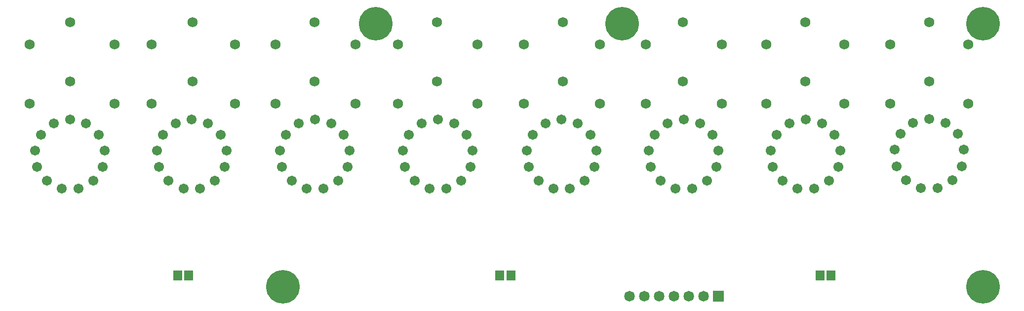
<source format=gbr>
G04 DipTrace 2.4.0.2*
%INBottomMask.gbr*%
%MOIN*%
%ADD38C,0.0671*%
%ADD44C,0.068*%
%ADD46C,0.068*%
%ADD48C,0.2267*%
%ADD50C,0.0718*%
%ADD52R,0.0718X0.0718*%
%ADD54R,0.0592X0.0671*%
%FSLAX44Y44*%
G04*
G70*
G90*
G75*
G01*
%LNBotMask*%
%LPD*%
D54*
X16190Y6065D3*
X16938D3*
X37940D3*
X38688D3*
X59565D3*
X60313D3*
D52*
X52690Y4690D3*
D50*
X51690D3*
X50690D3*
X49690D3*
X48690D3*
X47690D3*
X46690D3*
D48*
X29565Y23065D3*
X46190D3*
X70565D3*
Y5315D3*
X23315D3*
D46*
X8940Y23190D3*
D44*
Y19190D3*
D46*
X17190Y23190D3*
D44*
Y19190D3*
D46*
X25440Y23190D3*
D44*
Y19190D3*
D46*
X33690Y23190D3*
D44*
Y19190D3*
D46*
X42190Y23190D3*
D44*
Y19190D3*
D46*
X50315Y23190D3*
D44*
Y19190D3*
D46*
X58565Y23190D3*
D44*
Y19190D3*
D46*
X66940Y23190D3*
D44*
Y19190D3*
D46*
X6190Y21690D3*
D44*
Y17690D3*
D46*
X11940Y21690D3*
D44*
Y17690D3*
D46*
X14440Y21690D3*
D44*
Y17690D3*
D46*
X20065Y21690D3*
D44*
Y17690D3*
D46*
X22815Y21690D3*
D44*
Y17690D3*
D46*
X28190Y21690D3*
D44*
Y17690D3*
D46*
X31065Y21690D3*
D44*
Y17690D3*
D46*
X36440Y21690D3*
D44*
Y17690D3*
D46*
X39565Y21690D3*
D44*
Y17690D3*
D46*
X44690Y21690D3*
D44*
Y17690D3*
D46*
X47815Y21690D3*
D44*
Y17690D3*
D46*
X52940Y21690D3*
D44*
Y17690D3*
D46*
X55940Y21690D3*
D44*
Y17690D3*
D46*
X61190Y21690D3*
D44*
Y17690D3*
D46*
X64315Y21690D3*
D44*
Y17690D3*
D46*
X69565Y21690D3*
D44*
Y17690D3*
D38*
X8921Y16606D3*
X7823Y16336D3*
X6977Y15586D3*
X6576Y14529D3*
X6713Y13406D3*
X7355Y12476D3*
X8356Y11951D3*
X9487D3*
X10488Y12476D3*
X11130Y13406D3*
X11266Y14529D3*
X10865Y15586D3*
X10019Y16336D3*
X17153Y16606D3*
X16055Y16336D3*
X15208Y15586D3*
X14808Y14529D3*
X14944Y13406D3*
X15586Y12476D3*
X16587Y11951D3*
X17718D3*
X18719Y12476D3*
X19361Y13406D3*
X19497Y14529D3*
X19097Y15586D3*
X18250Y16336D3*
X25457Y16606D3*
X24360Y16336D3*
X23513Y15586D3*
X23113Y14529D3*
X23249Y13406D3*
X23891Y12476D3*
X24892Y11951D3*
X26023D3*
X27024Y12476D3*
X27666Y13406D3*
X27802Y14529D3*
X27402Y15586D3*
X26555Y16336D3*
X33758Y16606D3*
X32660Y16336D3*
X31813Y15586D3*
X31413Y14529D3*
X31549Y13406D3*
X32191Y12476D3*
X33192Y11951D3*
X34323D3*
X35324Y12476D3*
X35966Y13406D3*
X36102Y14529D3*
X35702Y15586D3*
X34855Y16336D3*
X42120Y16606D3*
X41022Y16336D3*
X40176Y15586D3*
X39775Y14529D3*
X39911Y13406D3*
X40554Y12476D3*
X41555Y11951D3*
X42685D3*
X43686Y12476D3*
X44329Y13406D3*
X44465Y14529D3*
X44064Y15586D3*
X43218Y16336D3*
X50358Y16606D3*
X49260Y16336D3*
X48413Y15586D3*
X48013Y14529D3*
X48149Y13406D3*
X48791Y12476D3*
X49792Y11951D3*
X50923D3*
X51924Y12476D3*
X52566Y13406D3*
X52702Y14529D3*
X52302Y15586D3*
X51455Y16336D3*
X58595Y16606D3*
X57497Y16336D3*
X56651Y15586D3*
X56250Y14529D3*
X56386Y13406D3*
X57029Y12476D3*
X58030Y11951D3*
X59160D3*
X60161Y12476D3*
X60804Y13406D3*
X60940Y14529D3*
X60539Y15586D3*
X59693Y16336D3*
X66940Y16652D3*
X65842Y16382D3*
X64996Y15632D3*
X64595Y14575D3*
X64731Y13452D3*
X65374Y12522D3*
X66375Y11996D3*
X67505D3*
X68506Y12522D3*
X69149Y13452D3*
X69285Y14575D3*
X68884Y15632D3*
X68038Y16382D3*
M02*

</source>
